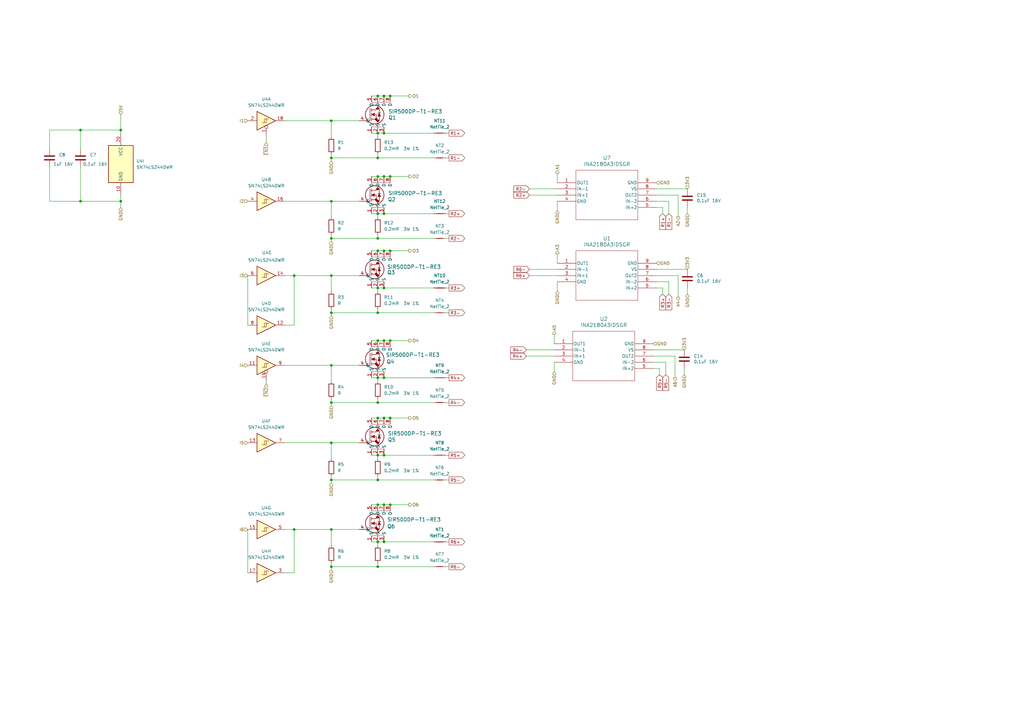
<source format=kicad_sch>
(kicad_sch (version 20231120) (generator "eeschema") (generator_version "8.0")
  (paper "A3")
  (lib_symbols
    (symbol "74xx:74LS244_Split"
      (property "Reference" "U" (at 0 1.27 0))
      (property "Value" "74LS244_Split" (at 0 -1.27 0))
      (symbol "74LS244_Split_1_0"
        (polyline (pts (xy -3.81 3.81) (xy -3.81 -3.81) (xy 3.81 0) (xy -3.81 3.81)) (stroke (width 0.254)) (fill (type background)))
        (pin input inverted (at 0 -6.35 90) (length 4.445) (name "~") (number "1"))
        (pin tri_state line (at 7.62 0 180) (length 3.81) (name "~") (number "18"))
        (pin input line (at -7.62 0 0) (length 3.81) (name "~") (number "2"))
      )
      (symbol "74LS244_Split_1_1"
        (polyline (pts (xy 0 0.762) (xy 0 -0.762) (xy -1.778 -0.762)))
        (polyline (pts (xy 1.016 0.762) (xy -0.762 0.762) (xy -0.762 -0.762)))
      )
      (symbol "74LS244_Split_2_0"
        (polyline (pts (xy -3.81 3.81) (xy -3.81 -3.81) (xy 3.81 0) (xy -3.81 3.81)) (stroke (width 0.254)) (fill (type background)))
        (pin tri_state line (at 7.62 0 180) (length 3.81) (name "~") (number "16"))
        (pin input line (at -7.62 0 0) (length 3.81) (name "~") (number "4"))
      )
      (symbol "74LS244_Split_2_1"
        (polyline (pts (xy 0 0.762) (xy 0 -0.762) (xy -1.778 -0.762)))
        (polyline (pts (xy 1.016 0.762) (xy -0.762 0.762) (xy -0.762 -0.762)))
      )
      (symbol "74LS244_Split_3_0"
        (polyline (pts (xy -3.81 3.81) (xy -3.81 -3.81) (xy 3.81 0) (xy -3.81 3.81)) (stroke (width 0.254)) (fill (type background)))
        (pin tri_state line (at 7.62 0 180) (length 3.81) (name "~") (number "14"))
        (pin input line (at -7.62 0 0) (length 3.81) (name "~") (number "6"))
      )
      (symbol "74LS244_Split_3_1"
        (polyline (pts (xy 0 0.762) (xy 0 -0.762) (xy -1.778 -0.762)))
        (polyline (pts (xy 1.016 0.762) (xy -0.762 0.762) (xy -0.762 -0.762)))
      )
      (symbol "74LS244_Split_4_0"
        (polyline (pts (xy -3.81 3.81) (xy -3.81 -3.81) (xy 3.81 0) (xy -3.81 3.81)) (stroke (width 0.254)) (fill (type background)))
        (pin tri_state line (at 7.62 0 180) (length 3.81) (name "~") (number "12"))
        (pin input line (at -7.62 0 0) (length 3.81) (name "~") (number "8"))
      )
      (symbol "74LS244_Split_4_1"
        (polyline (pts (xy 0 0.762) (xy 0 -0.762) (xy -1.778 -0.762)))
        (polyline (pts (xy 1.016 0.762) (xy -0.762 0.762) (xy -0.762 -0.762)))
      )
      (symbol "74LS244_Split_5_0"
        (polyline (pts (xy -3.81 3.81) (xy -3.81 -3.81) (xy 3.81 0) (xy -3.81 3.81)) (stroke (width 0.254)) (fill (type background)))
        (pin input line (at -7.62 0 0) (length 3.81) (name "~") (number "11"))
        (pin input inverted (at 0 -6.35 90) (length 4.445) (name "~") (number "19"))
        (pin tri_state line (at 7.62 0 180) (length 3.81) (name "~") (number "9"))
      )
      (symbol "74LS244_Split_5_1"
        (polyline (pts (xy 0 0.762) (xy 0 -0.762) (xy -1.778 -0.762)))
        (polyline (pts (xy 1.016 0.762) (xy -0.762 0.762) (xy -0.762 -0.762)))
      )
      (symbol "74LS244_Split_6_0"
        (polyline (pts (xy -3.81 3.81) (xy -3.81 -3.81) (xy 3.81 0) (xy -3.81 3.81)) (stroke (width 0.254)) (fill (type background)))
        (pin input line (at -7.62 0 0) (length 3.81) (name "~") (number "13"))
        (pin tri_state line (at 7.62 0 180) (length 3.81) (name "~") (number "7"))
      )
      (symbol "74LS244_Split_6_1"
        (polyline (pts (xy 0 0.762) (xy 0 -0.762) (xy -1.778 -0.762)))
        (polyline (pts (xy 1.016 0.762) (xy -0.762 0.762) (xy -0.762 -0.762)))
      )
      (symbol "74LS244_Split_7_0"
        (polyline (pts (xy -3.81 3.81) (xy -3.81 -3.81) (xy 3.81 0) (xy -3.81 3.81)) (stroke (width 0.254)) (fill (type background)))
        (pin input line (at -7.62 0 0) (length 3.81) (name "~") (number "15"))
        (pin tri_state line (at 7.62 0 180) (length 3.81) (name "~") (number "5"))
      )
      (symbol "74LS244_Split_7_1"
        (polyline (pts (xy 0 0.762) (xy 0 -0.762) (xy -1.778 -0.762)))
        (polyline (pts (xy 1.016 0.762) (xy -0.762 0.762) (xy -0.762 -0.762)))
      )
      (symbol "74LS244_Split_8_0"
        (polyline (pts (xy -3.81 3.81) (xy -3.81 -3.81) (xy 3.81 0) (xy -3.81 3.81)) (stroke (width 0.254)) (fill (type background)))
        (pin input line (at -7.62 0 0) (length 3.81) (name "~") (number "17"))
        (pin tri_state line (at 7.62 0 180) (length 3.81) (name "~") (number "3"))
      )
      (symbol "74LS244_Split_8_1"
        (polyline (pts (xy 0 0.762) (xy 0 -0.762) (xy -1.778 -0.762)))
        (polyline (pts (xy 1.016 0.762) (xy -0.762 0.762) (xy -0.762 -0.762)))
      )
      (symbol "74LS244_Split_9_0"
        (pin power_in line (at 0 -12.7 90) (length 5.08) (name "GND") (number "10"))
        (pin power_in line (at 0 12.7 270) (length 5.08) (name "VCC") (number "20"))
      )
      (symbol "74LS244_Split_9_1"
        (rectangle (start -5.08 7.62) (end 5.08 -7.62) (stroke (width 0.254)) (fill (type background)))
      )
    )
    (symbol "Device:C" (pin_numbers hide) (pin_names (offset 0.254))
      (property "Reference" "C" (at 0.635 2.54 0))
      (property "Value" "C" (at 0.635 -2.54 0))
      (symbol "C_0_1"
        (polyline (pts (xy -2.032 -0.762) (xy 2.032 -0.762)) (stroke (width 0.508)))
        (polyline (pts (xy -2.032 0.762) (xy 2.032 0.762)) (stroke (width 0.508)))
      )
      (symbol "C_1_1"
        (pin passive line (at 0 3.81 270) (length 2.794) (name "~") (number "1"))
        (pin passive line (at 0 -3.81 90) (length 2.794) (name "~") (number "2"))
      )
    )
    (symbol "Device:NetTie_2" (pin_numbers hide) (pin_names (offset 0) hide) (in_bom no)
      (property "Reference" "NT" (at 0 1.27 0))
      (property "Value" "NetTie_2" (at 0 -1.27 0))
      (symbol "NetTie_2_0_1"
        (polyline (pts (xy -1.27 0) (xy 1.27 0)) (stroke (width 0.254)))
      )
      (symbol "NetTie_2_1_1"
        (pin passive line (at -2.54 0 0) (length 2.54) (name "1") (number "1"))
        (pin passive line (at 2.54 0 180) (length 2.54) (name "2") (number "2"))
      )
    )
    (symbol "Device:R" (pin_numbers hide) (pin_names (offset 0))
      (property "Reference" "R" (at 2.032 0 90))
      (property "Value" "R" (at 0 0 90))
      (symbol "R_0_1"
        (rectangle (start -1.016 -2.54) (end 1.016 2.54) (stroke (width 0.254)))
      )
      (symbol "R_1_1"
        (pin passive line (at 0 3.81 270) (length 1.27) (name "~") (number "1"))
        (pin passive line (at 0 -3.81 90) (length 1.27) (name "~") (number "2"))
      )
    )
    (symbol "INA2180:INA2180A3IDSGR" (pin_names (offset 0.254))
      (property "Reference" "U" (at 20.32 10.16 0))
      (property "Value" "INA2180A3IDSGR" (at 20.32 7.62 0))
      (symbol "INA2180A3IDSGR_0_1"
        (polyline (pts (xy 7.62 -15.24) (xy 33.02 -15.24)) (stroke (width 0.127)))
        (polyline (pts (xy 7.62 5.08) (xy 7.62 -15.24)) (stroke (width 0.127)))
        (polyline (pts (xy 33.02 -15.24) (xy 33.02 5.08)) (stroke (width 0.127)))
        (polyline (pts (xy 33.02 5.08) (xy 7.62 5.08)) (stroke (width 0.127)))
        (pin output line (at 0 0 0) (length 7.62) (name "OUT1") (number "1"))
        (pin input line (at 0 -2.54 0) (length 7.62) (name "IN-1") (number "2"))
        (pin input line (at 0 -5.08 0) (length 7.62) (name "IN+1") (number "3"))
        (pin power_out line (at 0 -7.62 0) (length 7.62) (name "GND") (number "4"))
        (pin input line (at 40.64 -10.16 180) (length 7.62) (name "IN+2") (number "5"))
        (pin input line (at 40.64 -7.62 180) (length 7.62) (name "IN-2") (number "6"))
        (pin output line (at 40.64 -5.08 180) (length 7.62) (name "OUT2") (number "7"))
        (pin power_in line (at 40.64 -2.54 180) (length 7.62) (name "VS") (number "8"))
        (pin power_out line (at 40.64 0 180) (length 7.62) (name "GND") (number "9"))
      )
    )
    (symbol "SIR500DP-T1-RE3:SIR500DP-T1-RE3" (pin_names (offset 0.254))
      (property "Reference" "U" (at 11.43 4.445 0))
      (property "Value" "SIR500DP-T1-RE3" (at 11.43 0 0))
      (symbol "SIR500DP-T1-RE3_0_1"
        (polyline (pts (xy 2.54 0) (xy 4.445 0)) (stroke (width 0.2032)))
        (polyline (pts (xy 4.445 0) (xy 4.445 5.08)) (stroke (width 0.2032)))
        (polyline (pts (xy 5.08 -2.54) (xy 10.16 -2.54)) (stroke (width 0.127)))
        (polyline (pts (xy 5.08 0) (xy 5.08 1.27)) (stroke (width 0.2032)))
        (polyline (pts (xy 5.08 0.635) (xy 6.985 0.635)) (stroke (width 0.2032)))
        (polyline (pts (xy 5.08 1.905) (xy 5.08 3.175)) (stroke (width 0.2032)))
        (polyline (pts (xy 5.08 3.81) (xy 5.08 5.08)) (stroke (width 0.2032)))
        (polyline (pts (xy 5.08 4.445) (xy 6.985 4.445)) (stroke (width 0.2032)))
        (polyline (pts (xy 5.08 7.62) (xy 12.7 7.62)) (stroke (width 0.127)))
        (polyline (pts (xy 6.35 2.54) (xy 6.985 2.54)) (stroke (width 0.2032)))
        (polyline (pts (xy 6.985 0) (xy 6.985 2.54)) (stroke (width 0.2032)))
        (polyline (pts (xy 6.985 0) (xy 8.255 0)) (stroke (width 0.2032)))
        (polyline (pts (xy 6.985 4.445) (xy 6.985 5.08)) (stroke (width 0.2032)))
        (polyline (pts (xy 6.985 5.08) (xy 8.255 5.08)) (stroke (width 0.2032)))
        (polyline (pts (xy 7.62 -2.54) (xy 7.6454 0)) (stroke (width 0.127)))
        (polyline (pts (xy 7.62 7.62) (xy 7.6454 5.08)) (stroke (width 0.127)))
        (polyline (pts (xy 8.255 0) (xy 8.255 1.905)) (stroke (width 0.2032)))
        (polyline (pts (xy 8.255 3.175) (xy 8.255 5.08)) (stroke (width 0.2032)))
        (polyline (pts (xy 8.89 3.175) (xy 7.62 3.175)) (stroke (width 0.2032)))
        (polyline (pts (xy 6.35 3.175) (xy 5.08 2.54) (xy 6.35 1.905)) (fill (type outline)))
        (polyline (pts (xy 8.89 1.905) (xy 7.62 1.905) (xy 8.255 3.175)) (fill (type outline)))
        (circle (center 6.35 2.54) (radius 3.81) (stroke (width 0.254)))
        (circle (center 6.985 0.635) (radius 0.0254) (stroke (width 0.508)))
        (circle (center 7.62 0) (radius 0.0254) (stroke (width 0.508)))
        (circle (center 7.62 5.08) (radius 0.0254) (stroke (width 0.508)))
        (pin unspecified line (at 5.08 -5.08 90) (length 2.54) (name "S") (number "1"))
        (pin unspecified line (at 7.62 -5.08 90) (length 2.54) (name "S") (number "2"))
        (pin unspecified line (at 10.16 -5.08 90) (length 2.54) (name "S") (number "3"))
        (pin unspecified line (at 0 0 0) (length 2.54) (name "G") (number "4"))
        (pin unspecified line (at 5.08 10.16 270) (length 2.54) (name "D") (number "5"))
        (pin unspecified line (at 7.62 10.16 270) (length 2.54) (name "D") (number "6"))
        (pin unspecified line (at 10.16 10.16 270) (length 2.54) (name "D") (number "7"))
        (pin unspecified line (at 12.7 10.16 270) (length 2.54) (name "D") (number "8"))
      )
    )
  )
  (junction (at 33.02 82.55))
  (junction (at 157.48 207.01))
  (junction (at 160.02 72.39))
  (junction (at 33.02 53.34))
  (junction (at 157.48 72.39))
  (junction (at 135.89 181.61))
  (junction (at 135.89 128.27))
  (junction (at 160.02 139.7))
  (junction (at 154.94 232.41))
  (junction (at 154.94 154.94))
  (junction (at 49.53 53.34))
  (junction (at 120.65 113.03))
  (junction (at 154.94 196.85))
  (junction (at 135.89 149.86))
  (junction (at 154.94 87.63))
  (junction (at 157.48 54.61))
  (junction (at 157.48 139.7))
  (junction (at 157.48 154.94))
  (junction (at 154.94 54.61))
  (junction (at 160.02 171.45))
  (junction (at 154.94 222.25))
  (junction (at 154.94 64.77))
  (junction (at 49.53 82.55))
  (junction (at 154.94 186.69))
  (junction (at 135.89 232.41))
  (junction (at 154.94 207.01))
  (junction (at 154.94 102.87))
  (junction (at 154.94 118.11))
  (junction (at 135.89 165.1))
  (junction (at 135.89 97.79))
  (junction (at 135.89 49.53))
  (junction (at 157.48 171.45))
  (junction (at 154.94 171.45))
  (junction (at 135.89 82.55))
  (junction (at 154.94 72.39))
  (junction (at 160.02 39.37))
  (junction (at 160.02 207.01))
  (junction (at 157.48 222.25))
  (junction (at 154.94 139.7))
  (junction (at 157.48 102.87))
  (junction (at 157.48 39.37))
  (junction (at 135.89 64.77))
  (junction (at 157.48 118.11))
  (junction (at 154.94 128.27))
  (junction (at 154.94 39.37))
  (junction (at 157.48 87.63))
  (junction (at 135.89 113.03))
  (junction (at 154.94 97.79))
  (junction (at 154.94 165.1))
  (junction (at 135.89 196.85))
  (junction (at 120.65 217.17))
  (junction (at 135.89 217.17))
  (junction (at 160.02 102.87))
  (junction (at 157.48 186.69))
  (wire (pts (xy 135.89 97.79) (xy 135.89 99.06)))
  (wire (pts (xy 154.94 97.79) (xy 177.8 97.79)))
  (wire (pts (xy 154.94 118.11) (xy 157.48 118.11)))
  (wire (pts (xy 227.33 148.59) (xy 227.33 152.4)))
  (wire (pts (xy 182.88 154.94) (xy 184.15 154.94)))
  (wire (pts (xy 228.6 71.12) (xy 228.6 74.93)))
  (wire (pts (xy 116.84 82.55) (xy 135.89 82.55)))
  (wire (pts (xy 154.94 232.41) (xy 177.8 232.41)))
  (wire (pts (xy 154.94 54.61) (xy 157.48 54.61)))
  (wire (pts (xy 116.84 217.17) (xy 120.65 217.17)))
  (wire (pts (xy 33.02 82.55) (xy 49.53 82.55)))
  (wire (pts (xy 101.6 217.17) (xy 101.6 234.95)))
  (wire (pts (xy 271.78 118.11) (xy 271.78 120.65)))
  (wire (pts (xy 154.94 186.69) (xy 157.48 186.69)))
  (wire (pts (xy 154.94 154.94) (xy 157.48 154.94)))
  (wire (pts (xy 135.89 128.27) (xy 135.89 129.54)))
  (wire (pts (xy 135.89 163.83) (xy 135.89 165.1)))
  (wire (pts (xy 135.89 96.52) (xy 135.89 97.79)))
  (wire (pts (xy 154.94 232.41) (xy 154.94 231.14)))
  (wire (pts (xy 154.94 54.61) (xy 154.94 55.88)))
  (wire (pts (xy 215.9 146.05) (xy 227.33 146.05)))
  (wire (pts (xy 157.48 154.94) (xy 177.8 154.94)))
  (wire (pts (xy 135.89 63.5) (xy 135.89 64.77)))
  (wire (pts (xy 157.48 222.25) (xy 177.8 222.25)))
  (wire (pts (xy 281.94 118.11) (xy 281.94 120.65)))
  (wire (pts (xy 33.02 82.55) (xy 33.02 68.58)))
  (wire (pts (xy 152.4 87.63) (xy 154.94 87.63)))
  (wire (pts (xy 182.88 97.79) (xy 184.15 97.79)))
  (wire (pts (xy 157.48 87.63) (xy 177.8 87.63)))
  (wire (pts (xy 135.89 149.86) (xy 135.89 156.21)))
  (wire (pts (xy 109.22 55.88) (xy 109.22 58.42)))
  (wire (pts (xy 160.02 102.87) (xy 167.64 102.87)))
  (wire (pts (xy 20.32 82.55) (xy 20.32 68.58)))
  (wire (pts (xy 267.97 151.13) (xy 270.51 151.13)))
  (wire (pts (xy 182.88 165.1) (xy 184.15 165.1)))
  (wire (pts (xy 217.17 110.49) (xy 228.6 110.49)))
  (wire (pts (xy 152.4 186.69) (xy 154.94 186.69)))
  (wire (pts (xy 33.02 82.55) (xy 20.32 82.55)))
  (wire (pts (xy 152.4 154.94) (xy 154.94 154.94)))
  (wire (pts (xy 116.84 113.03) (xy 120.65 113.03)))
  (wire (pts (xy 135.89 165.1) (xy 154.94 165.1)))
  (wire (pts (xy 135.89 165.1) (xy 135.89 166.37)))
  (wire (pts (xy 135.89 217.17) (xy 135.89 223.52)))
  (wire (pts (xy 269.24 77.47) (xy 281.94 77.47)))
  (wire (pts (xy 152.4 102.87) (xy 154.94 102.87)))
  (wire (pts (xy 267.97 148.59) (xy 273.05 148.59)))
  (wire (pts (xy 154.94 64.77) (xy 154.94 63.5)))
  (wire (pts (xy 271.78 85.09) (xy 271.78 87.63)))
  (wire (pts (xy 154.94 64.77) (xy 177.8 64.77)))
  (wire (pts (xy 160.02 207.01) (xy 167.64 207.01)))
  (wire (pts (xy 33.02 53.34) (xy 49.53 53.34)))
  (wire (pts (xy 160.02 72.39) (xy 167.64 72.39)))
  (wire (pts (xy 228.6 82.55) (xy 228.6 86.36)))
  (wire (pts (xy 116.84 49.53) (xy 135.89 49.53)))
  (wire (pts (xy 274.32 82.55) (xy 274.32 87.63)))
  (wire (pts (xy 135.89 149.86) (xy 147.32 149.86)))
  (wire (pts (xy 228.6 115.57) (xy 228.6 119.38)))
  (wire (pts (xy 269.24 110.49) (xy 281.94 110.49)))
  (wire (pts (xy 154.94 171.45) (xy 157.48 171.45)))
  (wire (pts (xy 33.02 53.34) (xy 33.02 60.96)))
  (wire (pts (xy 154.94 97.79) (xy 154.94 96.52)))
  (wire (pts (xy 215.9 143.51) (xy 227.33 143.51)))
  (wire (pts (xy 269.24 118.11) (xy 271.78 118.11)))
  (wire (pts (xy 135.89 128.27) (xy 154.94 128.27)))
  (wire (pts (xy 49.53 53.34) (xy 49.53 54.61)))
  (wire (pts (xy 135.89 49.53) (xy 135.89 55.88)))
  (wire (pts (xy 278.13 113.03) (xy 278.13 121.92)))
  (wire (pts (xy 135.89 64.77) (xy 154.94 64.77)))
  (wire (pts (xy 154.94 196.85) (xy 154.94 195.58)))
  (wire (pts (xy 269.24 82.55) (xy 274.32 82.55)))
  (wire (pts (xy 135.89 97.79) (xy 154.94 97.79)))
  (wire (pts (xy 135.89 88.9) (xy 135.89 82.55)))
  (wire (pts (xy 154.94 39.37) (xy 157.48 39.37)))
  (wire (pts (xy 135.89 217.17) (xy 147.32 217.17)))
  (wire (pts (xy 157.48 207.01) (xy 160.02 207.01)))
  (wire (pts (xy 154.94 222.25) (xy 154.94 223.52)))
  (wire (pts (xy 135.89 49.53) (xy 147.32 49.53)))
  (wire (pts (xy 157.48 118.11) (xy 177.8 118.11)))
  (wire (pts (xy 120.65 133.35) (xy 120.65 113.03)))
  (wire (pts (xy 182.88 222.25) (xy 184.15 222.25)))
  (wire (pts (xy 269.24 113.03) (xy 278.13 113.03)))
  (wire (pts (xy 269.24 80.01) (xy 278.13 80.01)))
  (wire (pts (xy 135.89 232.41) (xy 135.89 233.68)))
  (wire (pts (xy 135.89 127) (xy 135.89 128.27)))
  (wire (pts (xy 20.32 53.34) (xy 20.32 60.96)))
  (wire (pts (xy 157.48 171.45) (xy 160.02 171.45)))
  (wire (pts (xy 274.32 115.57) (xy 274.32 120.65)))
  (wire (pts (xy 116.84 234.95) (xy 120.65 234.95)))
  (wire (pts (xy 228.6 104.14) (xy 228.6 107.95)))
  (wire (pts (xy 182.88 128.27) (xy 184.15 128.27)))
  (wire (pts (xy 116.84 181.61) (xy 135.89 181.61)))
  (wire (pts (xy 182.88 118.11) (xy 184.15 118.11)))
  (wire (pts (xy 152.4 171.45) (xy 154.94 171.45)))
  (wire (pts (xy 154.94 165.1) (xy 177.8 165.1)))
  (wire (pts (xy 267.97 143.51) (xy 280.67 143.51)))
  (wire (pts (xy 152.4 207.01) (xy 154.94 207.01)))
  (wire (pts (xy 135.89 113.03) (xy 147.32 113.03)))
  (wire (pts (xy 154.94 102.87) (xy 157.48 102.87)))
  (wire (pts (xy 152.4 72.39) (xy 154.94 72.39)))
  (wire (pts (xy 116.84 149.86) (xy 135.89 149.86)))
  (wire (pts (xy 120.65 217.17) (xy 135.89 217.17)))
  (wire (pts (xy 152.4 222.25) (xy 154.94 222.25)))
  (wire (pts (xy 182.88 87.63) (xy 184.15 87.63)))
  (wire (pts (xy 49.53 46.99) (xy 49.53 53.34)))
  (wire (pts (xy 160.02 139.7) (xy 167.64 139.7)))
  (wire (pts (xy 281.94 85.09) (xy 281.94 87.63)))
  (wire (pts (xy 154.94 186.69) (xy 154.94 187.96)))
  (wire (pts (xy 49.53 80.01) (xy 49.53 82.55)))
  (wire (pts (xy 49.53 82.55) (xy 49.53 85.09)))
  (wire (pts (xy 182.88 196.85) (xy 184.15 196.85)))
  (wire (pts (xy 135.89 195.58) (xy 135.89 196.85)))
  (wire (pts (xy 154.94 207.01) (xy 157.48 207.01)))
  (wire (pts (xy 152.4 118.11) (xy 154.94 118.11)))
  (wire (pts (xy 135.89 181.61) (xy 147.32 181.61)))
  (wire (pts (xy 135.89 113.03) (xy 135.89 119.38)))
  (wire (pts (xy 135.89 231.14) (xy 135.89 232.41)))
  (wire (pts (xy 154.94 165.1) (xy 154.94 163.83)))
  (wire (pts (xy 273.05 148.59) (xy 273.05 153.67)))
  (wire (pts (xy 154.94 139.7) (xy 157.48 139.7)))
  (wire (pts (xy 280.67 151.13) (xy 280.67 153.67)))
  (wire (pts (xy 135.89 196.85) (xy 135.89 198.12)))
  (wire (pts (xy 278.13 80.01) (xy 278.13 88.9)))
  (wire (pts (xy 267.97 146.05) (xy 276.86 146.05)))
  (wire (pts (xy 135.89 196.85) (xy 154.94 196.85)))
  (wire (pts (xy 276.86 146.05) (xy 276.86 154.94)))
  (wire (pts (xy 154.94 118.11) (xy 154.94 119.38)))
  (wire (pts (xy 160.02 171.45) (xy 167.64 171.45)))
  (wire (pts (xy 116.84 133.35) (xy 120.65 133.35)))
  (wire (pts (xy 157.48 139.7) (xy 160.02 139.7)))
  (wire (pts (xy 182.88 54.61) (xy 184.15 54.61)))
  (wire (pts (xy 120.65 113.03) (xy 135.89 113.03)))
  (wire (pts (xy 154.94 154.94) (xy 154.94 156.21)))
  (wire (pts (xy 182.88 232.41) (xy 184.15 232.41)))
  (wire (pts (xy 157.48 186.69) (xy 177.8 186.69)))
  (wire (pts (xy 177.8 128.27) (xy 154.94 128.27)))
  (wire (pts (xy 135.89 181.61) (xy 135.89 187.96)))
  (wire (pts (xy 217.17 80.01) (xy 228.6 80.01)))
  (wire (pts (xy 157.48 39.37) (xy 160.02 39.37)))
  (wire (pts (xy 157.48 72.39) (xy 160.02 72.39)))
  (wire (pts (xy 33.02 53.34) (xy 20.32 53.34)))
  (wire (pts (xy 154.94 222.25) (xy 157.48 222.25)))
  (wire (pts (xy 154.94 72.39) (xy 157.48 72.39)))
  (wire (pts (xy 152.4 54.61) (xy 154.94 54.61)))
  (wire (pts (xy 135.89 82.55) (xy 147.32 82.55)))
  (wire (pts (xy 135.89 232.41) (xy 154.94 232.41)))
  (wire (pts (xy 101.6 113.03) (xy 101.6 133.35)))
  (wire (pts (xy 270.51 151.13) (xy 270.51 153.67)))
  (wire (pts (xy 152.4 139.7) (xy 154.94 139.7)))
  (wire (pts (xy 154.94 128.27) (xy 154.94 127)))
  (wire (pts (xy 227.33 137.16) (xy 227.33 140.97)))
  (wire (pts (xy 269.24 85.09) (xy 271.78 85.09)))
  (wire (pts (xy 182.88 64.77) (xy 184.15 64.77)))
  (wire (pts (xy 217.17 113.03) (xy 228.6 113.03)))
  (wire (pts (xy 109.22 157.48) (xy 109.22 156.21)))
  (wire (pts (xy 217.17 77.47) (xy 228.6 77.47)))
  (wire (pts (xy 157.48 54.61) (xy 177.8 54.61)))
  (wire (pts (xy 154.94 196.85) (xy 177.8 196.85)))
  (wire (pts (xy 152.4 39.37) (xy 154.94 39.37)))
  (wire (pts (xy 157.48 102.87) (xy 160.02 102.87)))
  (wire (pts (xy 182.88 186.69) (xy 184.15 186.69)))
  (wire (pts (xy 154.94 87.63) (xy 157.48 87.63)))
  (wire (pts (xy 135.89 64.77) (xy 135.89 66.04)))
  (wire (pts (xy 120.65 234.95) (xy 120.65 217.17)))
  (wire (pts (xy 154.94 87.63) (xy 154.94 88.9)))
  (wire (pts (xy 269.24 115.57) (xy 274.32 115.57)))
  (wire (pts (xy 160.02 39.37) (xy 167.64 39.37)))
  (global_label "R6-" (shape input) (at 217.17 110.49 180) (property "Intersheetrefs" "${INTERSHEET_REFS}" (effects (hide yes))))
  (global_label "R4+" (shape input) (at 215.9 146.05 180) (property "Intersheetrefs" "${INTERSHEET_REFS}" (effects (hide yes))))
  (global_label "R2-" (shape input) (at 217.17 77.47 180) (property "Intersheetrefs" "${INTERSHEET_REFS}" (effects (hide yes))))
  (global_label "R1-" (shape output) (at 184.15 64.77 0) (property "Intersheetrefs" "${INTERSHEET_REFS}" (effects (hide yes))))
  (global_label "R1+" (shape output) (at 184.15 54.61 0) (property "Intersheetrefs" "${INTERSHEET_REFS}" (effects (hide yes))))
  (global_label "R5+" (shape output) (at 184.15 186.69 0) (property "Intersheetrefs" "${INTERSHEET_REFS}" (effects (hide yes))))
  (global_label "R2-" (shape output) (at 184.15 97.79 0) (property "Intersheetrefs" "${INTERSHEET_REFS}" (effects (hide yes))))
  (global_label "R2+" (shape output) (at 184.15 87.63 0) (property "Intersheetrefs" "${INTERSHEET_REFS}" (effects (hide yes))))
  (global_label "R4-" (shape input) (at 215.9 143.51 180) (property "Intersheetrefs" "${INTERSHEET_REFS}" (effects (hide yes))))
  (global_label "R4+" (shape output) (at 184.15 154.94 0) (property "Intersheetrefs" "${INTERSHEET_REFS}" (effects (hide yes))))
  (global_label "R1-" (shape input) (at 274.32 87.63 270) (property "Intersheetrefs" "${INTERSHEET_REFS}" (effects (hide yes))))
  (global_label "R2+" (shape input) (at 217.17 80.01 180) (property "Intersheetrefs" "${INTERSHEET_REFS}" (effects (hide yes))))
  (global_label "R1+" (shape input) (at 271.78 87.63 270) (property "Intersheetrefs" "${INTERSHEET_REFS}" (effects (hide yes))))
  (global_label "R3-" (shape input) (at 274.32 120.65 270) (property "Intersheetrefs" "${INTERSHEET_REFS}" (effects (hide yes))))
  (global_label "R5-" (shape input) (at 273.05 153.67 270) (property "Intersheetrefs" "${INTERSHEET_REFS}" (effects (hide yes))))
  (global_label "R6-" (shape output) (at 184.15 232.41 0) (property "Intersheetrefs" "${INTERSHEET_REFS}" (effects (hide yes))))
  (global_label "R6+" (shape output) (at 184.15 222.25 0) (property "Intersheetrefs" "${INTERSHEET_REFS}" (effects (hide yes))))
  (global_label "R5+" (shape input) (at 270.51 153.67 270) (property "Intersheetrefs" "${INTERSHEET_REFS}" (effects (hide yes))))
  (global_label "R5-" (shape output) (at 184.15 196.85 0) (property "Intersheetrefs" "${INTERSHEET_REFS}" (effects (hide yes))))
  (global_label "R4-" (shape output) (at 184.15 165.1 0) (property "Intersheetrefs" "${INTERSHEET_REFS}" (effects (hide yes))))
  (global_label "R6+" (shape input) (at 217.17 113.03 180) (property "Intersheetrefs" "${INTERSHEET_REFS}" (effects (hide yes))))
  (global_label "R3+" (shape output) (at 184.15 118.11 0) (property "Intersheetrefs" "${INTERSHEET_REFS}" (effects (hide yes))))
  (global_label "R3+" (shape input) (at 271.78 120.65 270) (property "Intersheetrefs" "${INTERSHEET_REFS}" (effects (hide yes))))
  (global_label "R3-" (shape output) (at 184.15 128.27 0) (property "Intersheetrefs" "${INTERSHEET_REFS}" (effects (hide yes))))
  (hierarchical_label "I1" (shape input) (at 101.6 49.53 180))
  (hierarchical_label "A6" (shape output) (at 276.86 154.94 270))
  (hierarchical_label "I6" (shape input) (at 101.6 217.17 180))
  (hierarchical_label "O5" (shape output) (at 167.64 171.45 0))
  (hierarchical_label "GND" (shape input) (at 135.89 233.68 270))
  (hierarchical_label "5V" (shape input) (at 49.53 46.99 90))
  (hierarchical_label "3V3" (shape input) (at 280.67 143.51 90))
  (hierarchical_label "3V3" (shape input) (at 281.94 110.49 90))
  (hierarchical_label "O1" (shape output) (at 167.64 39.37 0))
  (hierarchical_label "A4" (shape output) (at 278.13 121.92 270))
  (hierarchical_label "A2" (shape output) (at 278.13 88.9 270))
  (hierarchical_label "GND" (shape input) (at 49.53 85.09 270))
  (hierarchical_label "O3" (shape output) (at 167.64 102.87 0))
  (hierarchical_label "GND" (shape input) (at 135.89 198.12 270))
  (hierarchical_label "GND" (shape input) (at 228.6 119.38 270))
  (hierarchical_label "GND" (shape input) (at 227.33 152.4 270))
  (hierarchical_label "A3" (shape output) (at 228.6 104.14 90))
  (hierarchical_label "I2" (shape input) (at 101.6 82.55 180))
  (hierarchical_label "GND" (shape input) (at 281.94 120.65 270))
  (hierarchical_label "I4" (shape input) (at 101.6 149.86 180))
  (hierarchical_label "GND" (shape input) (at 269.24 74.93 0))
  (hierarchical_label "A1" (shape output) (at 228.6 71.12 90))
  (hierarchical_label "GND" (shape input) (at 228.6 86.36 270))
  (hierarchical_label "GND" (shape input) (at 281.94 87.63 270))
  (hierarchical_label "~{EN1}" (shape input) (at 109.22 58.42 270))
  (hierarchical_label "~{EN2}" (shape input) (at 109.22 157.48 270))
  (hierarchical_label "O6" (shape output) (at 167.64 207.01 0))
  (hierarchical_label "GND" (shape input) (at 135.89 66.04 270))
  (hierarchical_label "GND" (shape input) (at 280.67 153.67 270))
  (hierarchical_label "3V3" (shape input) (at 281.94 77.47 90))
  (hierarchical_label "GND" (shape input) (at 135.89 129.54 270))
  (hierarchical_label "I3" (shape input) (at 101.6 113.03 180))
  (hierarchical_label "GND" (shape input) (at 135.89 99.06 270))
  (hierarchical_label "GND" (shape input) (at 267.97 140.97 0))
  (hierarchical_label "GND" (shape input) (at 135.89 166.37 270))
  (hierarchical_label "I5" (shape input) (at 101.6 181.61 180))
  (hierarchical_label "GND" (shape input) (at 269.24 107.95 0))
  (hierarchical_label "O4" (shape output) (at 167.64 139.7 0))
  (hierarchical_label "O2" (shape output) (at 167.64 72.39 0))
  (hierarchical_label "A5" (shape output) (at 227.33 137.16 90))
  (symbol (lib_id "74xx:74LS244_Split") (at 109.22 133.35 0) (unit 4)
    (property "Reference" "U4" (at 109.22 124.46 0))
    (property "Value" "SN74LS244DWR" (at 109.22 127 0))
    (property "Footprint" "Package_SO:SOIC-20W_7.5x12.8mm_P1.27mm" (effects (hide yes)))
    (property "Datasheet" "http://www.ti.com/lit/ds/symlink/sn74ls241.pdf" (effects (hide yes)))
    (property "Description" "Octal Buffer and Line Driver With 3-State Output, active-low enables, non-inverting outputs, split symbol" (effects (hide yes)))
  )
  (symbol (lib_id "74xx:74LS244_Split") (at 109.22 49.53 0) (unit 1)
    (property "Reference" "U4" (at 109.22 40.64 0))
    (property "Value" "SN74LS244DWR" (at 109.22 43.18 0))
    (property "Footprint" "Package_SO:SOIC-20W_7.5x12.8mm_P1.27mm" (effects (hide yes)))
    (property "Datasheet" "http://www.ti.com/lit/ds/symlink/sn74ls241.pdf" (effects (hide yes)))
    (property "Description" "Octal Buffer and Line Driver With 3-State Output, active-low enables, non-inverting outputs, split symbol" (effects (hide yes)))
  )
  (symbol (lib_id "74xx:74LS244_Split") (at 109.22 234.95 0) (unit 8)
    (property "Reference" "U4" (at 109.22 226.06 0))
    (property "Value" "SN74LS244DWR" (at 109.22 228.6 0))
    (property "Footprint" "Package_SO:SOIC-20W_7.5x12.8mm_P1.27mm" (effects (hide yes)))
    (property "Datasheet" "http://www.ti.com/lit/ds/symlink/sn74ls241.pdf" (effects (hide yes)))
    (property "Description" "Octal Buffer and Line Driver With 3-State Output, active-low enables, non-inverting outputs, split symbol" (effects (hide yes)))
  )
  (symbol (lib_id "SIR500DP-T1-RE3:SIR500DP-T1-RE3") (at 147.32 217.17 0) (unit 1)
    (property "Reference" "Q6" (at 158.75 215.9 0) (effects (font (size 1.524 1.524)) (justify left)))
    (property "Value" "SIR500DP-T1-RE3" (at 158.75 213.106 0) (effects (font (size 1.524 1.524)) (justify left)))
    (property "Footprint" "Digi_MOSFET:MOSFET_DP-T1-RE3_VIS_fix" (effects (hide yes)))
    (property "Datasheet" "SIR500DP-T1-RE3" (effects (hide yes)))
  )
  (symbol (lib_id "Device:NetTie_2") (at 180.34 87.63 0) (unit 1) (in_bom no)
    (property "Reference" "NT12" (at 180.34 82.55 0))
    (property "Value" "NetTie_2" (at 180.34 85.09 0))
    (property "Footprint" "NetTie:NetTie-2_SMD_Pad0.5mm" (effects (hide yes)))
    (property "Description" "Net tie, 2 pins" (effects (hide yes)))
  )
  (symbol (lib_id "74xx:74LS244_Split") (at 109.22 113.03 0) (unit 3)
    (property "Reference" "U4" (at 109.474 103.632 0))
    (property "Value" "SN74LS244DWR" (at 109.22 106.68 0))
    (property "Footprint" "Package_SO:SOIC-20W_7.5x12.8mm_P1.27mm" (effects (hide yes)))
    (property "Datasheet" "http://www.ti.com/lit/ds/symlink/sn74ls241.pdf" (effects (hide yes)))
    (property "Description" "Octal Buffer and Line Driver With 3-State Output, active-low enables, non-inverting outputs, split symbol" (effects (hide yes)))
  )
  (symbol (lib_id "Device:R") (at 135.89 160.02 0) (unit 1)
    (property "Reference" "R4" (at 138.43 158.7499 0) (effects (justify left)))
    (property "Value" "R" (at 138.43 161.2899 0) (effects (justify left)))
    (property "Description" "Resistor" (effects (hide yes)))
  )
  (symbol (lib_id "Device:C") (at 280.67 147.32 0) (unit 1)
    (property "Reference" "C14" (at 284.48 146.0499 0) (effects (justify left)))
    (property "Value" "0.1uF 16V" (at 284.48 148.336 0) (effects (justify left)))
    (property "Footprint" "Capacitor_SMD:C_0402_1005Metric_Pad0.74x0.62mm_HandSolder" (effects (hide yes)))
    (property "Description" "Unpolarized capacitor" (effects (hide yes)))
    (property "ID" "C1005X7R1C104K050BC" (effects (hide yes)))
    (property "V" "16V" (effects (hide yes)))
  )
  (symbol (lib_id "Device:R") (at 154.94 191.77 0) (unit 1)
    (property "Reference" "R9" (at 157.48 190.4999 0) (effects (justify left)))
    (property "Value" "0.2mR  3W 1%" (at 157.48 193.0399 0) (effects (justify left)))
    (property "Footprint" "shunts:wsk1216_shunt" (effects (hide yes)))
    (property "Description" "Resistor" (effects (hide yes)))
    (property "Link" "https://www.digikey.de/de/products/detail/vishay-dale/WSK1216L2000FEA/14640409" (effects (hide yes)))
    (property "ID" "WSK1216L2000FEA" (effects (hide yes)))
  )
  (symbol (lib_id "Device:NetTie_2") (at 180.34 165.1 0) (unit 1) (in_bom no)
    (property "Reference" "NT5" (at 180.34 160.02 0))
    (property "Value" "NetTie_2" (at 180.34 162.56 0))
    (property "Footprint" "NetTie:NetTie-2_SMD_Pad0.5mm" (effects (hide yes)))
    (property "Description" "Net tie, 2 pins" (effects (hide yes)))
  )
  (symbol (lib_id "Device:R") (at 154.94 59.69 0) (unit 1)
    (property "Reference" "R13" (at 157.48 58.4199 0) (effects (justify left)))
    (property "Value" "0.2mR  3W 1%" (at 157.48 60.9599 0) (effects (justify left)))
    (property "Footprint" "shunts:wsk1216_shunt" (effects (hide yes)))
    (property "Description" "Resistor" (effects (hide yes)))
    (property "Link" "https://www.digikey.de/de/products/detail/vishay-dale/WSK1216L2000FEA/14640409" (effects (hide yes)))
    (property "ID" "WSK1216L2000FEA" (effects (hide yes)))
  )
  (symbol (lib_id "Device:NetTie_2") (at 180.34 154.94 180) (unit 1) (in_bom no)
    (property "Reference" "NT9" (at 180.34 149.86 0))
    (property "Value" "NetTie_2" (at 180.34 152.4 0))
    (property "Footprint" "NetTie:NetTie-2_SMD_Pad0.5mm" (effects (hide yes)))
    (property "Description" "Net tie, 2 pins" (effects (hide yes)))
  )
  (symbol (lib_id "Device:C") (at 33.02 64.77 0) (unit 1)
    (property "Reference" "C7" (at 36.83 63.4999 0) (effects (justify left)))
    (property "Value" "0.1uF 16V" (at 34.036 67.31 0) (effects (justify left)))
    (property "Footprint" "Capacitor_SMD:C_0402_1005Metric_Pad0.74x0.62mm_HandSolder" (effects (hide yes)))
    (property "Description" "Unpolarized capacitor" (effects (hide yes)))
    (property "ID" "C1005X7R1C104K050BC" (effects (hide yes)))
    (property "V" "16V" (effects (hide yes)))
  )
  (symbol (lib_id "Device:NetTie_2") (at 180.34 118.11 180) (unit 1) (in_bom no)
    (property "Reference" "NT10" (at 180.34 113.03 0))
    (property "Value" "NetTie_2" (at 180.34 115.57 0))
    (property "Footprint" "NetTie:NetTie-2_SMD_Pad0.5mm" (effects (hide yes)))
    (property "Description" "Net tie, 2 pins" (effects (hide yes)))
  )
  (symbol (lib_id "74xx:74LS244_Split") (at 49.53 67.31 0) (unit 9)
    (property "Reference" "U4" (at 55.88 66.0399 0) (effects (justify left)))
    (property "Value" "SN74LS244DWR" (at 55.88 68.5799 0) (effects (justify left)))
    (property "Footprint" "Package_SO:SOIC-20W_7.5x12.8mm_P1.27mm" (effects (hide yes)))
    (property "Datasheet" "http://www.ti.com/lit/ds/symlink/sn74ls241.pdf" (effects (hide yes)))
    (property "Description" "Octal Buffer and Line Driver With 3-State Output, active-low enables, non-inverting outputs, split symbol" (effects (hide yes)))
  )
  (symbol (lib_id "Device:C") (at 281.94 114.3 0) (unit 1)
    (property "Reference" "C6" (at 285.75 113.0299 0) (effects (justify left)))
    (property "Value" "0.1uF 16V" (at 285.75 115.316 0) (effects (justify left)))
    (property "Footprint" "Capacitor_SMD:C_0402_1005Metric_Pad0.74x0.62mm_HandSolder" (effects (hide yes)))
    (property "Description" "Unpolarized capacitor" (effects (hide yes)))
    (property "ID" "C1005X7R1C104K050BC" (effects (hide yes)))
    (property "V" "16V" (effects (hide yes)))
  )
  (symbol (lib_id "Device:C") (at 281.94 81.28 0) (unit 1)
    (property "Reference" "C15" (at 285.75 80.0099 0) (effects (justify left)))
    (property "Value" "0.1uF 16V" (at 285.75 82.296 0) (effects (justify left)))
    (property "Footprint" "Capacitor_SMD:C_0402_1005Metric_Pad0.74x0.62mm_HandSolder" (effects (hide yes)))
    (property "Description" "Unpolarized capacitor" (effects (hide yes)))
    (property "ID" "C1005X7R1C104K050BC" (effects (hide yes)))
    (property "V" "16V" (effects (hide yes)))
  )
  (symbol (lib_id "Device:R") (at 135.89 92.71 0) (unit 1)
    (property "Reference" "R2" (at 138.43 91.4399 0) (effects (justify left)))
    (property "Value" "R" (at 138.43 93.9799 0) (effects (justify left)))
    (property "Description" "Resistor" (effects (hide yes)))
  )
  (symbol (lib_id "Device:R") (at 154.94 227.33 0) (unit 1)
    (property "Reference" "R8" (at 157.48 226.0599 0) (effects (justify left)))
    (property "Value" "0.2mR  3W 1%" (at 157.48 228.5999 0) (effects (justify left)))
    (property "Footprint" "shunts:wsk1216_shunt" (effects (hide yes)))
    (property "Description" "Resistor" (effects (hide yes)))
    (property "Link" "https://www.digikey.de/de/products/detail/vishay-dale/WSK1216L2000FEA/14640409" (effects (hide yes)))
    (property "ID" "WSK1216L2000FEA" (effects (hide yes)))
  )
  (symbol (lib_id "74xx:74LS244_Split") (at 109.22 181.61 0) (unit 6)
    (property "Reference" "U4" (at 109.22 172.72 0))
    (property "Value" "SN74LS244DWR" (at 109.22 175.26 0))
    (property "Footprint" "Package_SO:SOIC-20W_7.5x12.8mm_P1.27mm" (effects (hide yes)))
    (property "Datasheet" "http://www.ti.com/lit/ds/symlink/sn74ls241.pdf" (effects (hide yes)))
    (property "Description" "Octal Buffer and Line Driver With 3-State Output, active-low enables, non-inverting outputs, split symbol" (effects (hide yes)))
  )
  (symbol (lib_id "74xx:74LS244_Split") (at 109.22 217.17 0) (unit 7)
    (property "Reference" "U4" (at 109.22 208.28 0))
    (property "Value" "SN74LS244DWR" (at 109.22 210.82 0))
    (property "Footprint" "Package_SO:SOIC-20W_7.5x12.8mm_P1.27mm" (effects (hide yes)))
    (property "Datasheet" "http://www.ti.com/lit/ds/symlink/sn74ls241.pdf" (effects (hide yes)))
    (property "Description" "Octal Buffer and Line Driver With 3-State Output, active-low enables, non-inverting outputs, split symbol" (effects (hide yes)))
  )
  (symbol (lib_id "74xx:74LS244_Split") (at 109.22 149.86 0) (unit 5)
    (property "Reference" "U4" (at 109.22 140.97 0))
    (property "Value" "SN74LS244DWR" (at 109.22 143.51 0))
    (property "Footprint" "Package_SO:SOIC-20W_7.5x12.8mm_P1.27mm" (effects (hide yes)))
    (property "Datasheet" "http://www.ti.com/lit/ds/symlink/sn74ls241.pdf" (effects (hide yes)))
    (property "Description" "Octal Buffer and Line Driver With 3-State Output, active-low enables, non-inverting outputs, split symbol" (effects (hide yes)))
  )
  (symbol (lib_id "INA2180:INA2180A3IDSGR") (at 227.33 140.97 0) (unit 1)
    (property "Reference" "U2" (at 247.65 130.81 0) (effects (font (size 1.524 1.524))))
    (property "Value" "INA2180A3IDSGR" (at 247.65 133.35 0) (effects (font (size 1.524 1.524))))
    (property "Footprint" "INA2180_WSON:WSON8_DSG_TEX" (effects (hide yes)))
    (property "Datasheet" "INA2180A3IDSGR" (effects (hide yes)))
  )
  (symbol (lib_id "Device:R") (at 135.89 227.33 0) (unit 1)
    (property "Reference" "R6" (at 138.43 226.0599 0) (effects (justify left)))
    (property "Value" "R" (at 138.43 228.5999 0) (effects (justify left)))
    (property "Description" "Resistor" (effects (hide yes)))
  )
  (symbol (lib_id "SIR500DP-T1-RE3:SIR500DP-T1-RE3") (at 147.32 113.03 0) (unit 1)
    (property "Reference" "Q3" (at 158.75 111.76 0) (effects (font (size 1.524 1.524)) (justify left)))
    (property "Value" "SIR500DP-T1-RE3" (at 158.75 109.474 0) (effects (font (size 1.524 1.524)) (justify left)))
    (property "Footprint" "Digi_MOSFET:MOSFET_DP-T1-RE3_VIS_fix" (effects (hide yes)))
    (property "Datasheet" "SIR500DP-T1-RE3" (effects (hide yes)))
  )
  (symbol (lib_id "Device:NetTie_2") (at 180.34 222.25 180) (unit 1) (in_bom no)
    (property "Reference" "NT1" (at 180.34 217.17 0))
    (property "Value" "NetTie_2" (at 180.34 219.71 0))
    (property "Footprint" "NetTie:NetTie-2_SMD_Pad0.5mm" (effects (hide yes)))
    (property "Description" "Net tie, 2 pins" (effects (hide yes)))
  )
  (symbol (lib_id "INA2180:INA2180A3IDSGR") (at 228.6 74.93 0) (unit 1)
    (property "Reference" "U7" (at 248.92 64.77 0) (effects (font (size 1.524 1.524))))
    (property "Value" "INA2180A3IDSGR" (at 248.92 67.31 0) (effects (font (size 1.524 1.524))))
    (property "Footprint" "INA2180_WSON:WSON8_DSG_TEX" (effects (hide yes)))
    (property "Datasheet" "INA2180A3IDSGR" (effects (hide yes)))
  )
  (symbol (lib_id "Device:NetTie_2") (at 180.34 64.77 0) (unit 1) (in_bom no)
    (property "Reference" "NT2" (at 180.34 59.69 0))
    (property "Value" "NetTie_2" (at 180.34 62.23 0))
    (property "Footprint" "NetTie:NetTie-2_SMD_Pad0.5mm" (effects (hide yes)))
    (property "Description" "Net tie, 2 pins" (effects (hide yes)))
  )
  (symbol (lib_id "SIR500DP-T1-RE3:SIR500DP-T1-RE3") (at 147.32 82.55 0) (unit 1)
    (property "Reference" "Q2" (at 159.004 81.788 0) (effects (font (size 1.524 1.524)) (justify left)))
    (property "Value" "SIR500DP-T1-RE3" (at 159.258 79.248 0) (effects (font (size 1.524 1.524)) (justify left)))
    (property "Footprint" "Digi_MOSFET:MOSFET_DP-T1-RE3_VIS_fix" (effects (hide yes)))
    (property "Datasheet" "SIR500DP-T1-RE3" (effects (hide yes)))
  )
  (symbol (lib_id "Device:R") (at 135.89 59.69 0) (unit 1)
    (property "Reference" "R1" (at 138.43 58.4199 0) (effects (justify left)))
    (property "Value" "R" (at 138.43 60.9599 0) (effects (justify left)))
    (property "Description" "Resistor" (effects (hide yes)))
  )
  (symbol (lib_id "Device:C") (at 20.32 64.77 0) (unit 1)
    (property "Reference" "C8" (at 24.13 63.4999 0) (effects (justify left)))
    (property "Value" "1uF 16V" (at 21.844 67.31 0) (effects (justify left)))
    (property "Footprint" "Capacitor_SMD:C_0402_1005Metric_Pad0.74x0.62mm_HandSolder" (effects (hide yes)))
    (property "Description" "Unpolarized capacitor" (effects (hide yes)))
    (property "ID" "C1005X6S1C105K050BC" (effects (hide yes)))
    (property "V" "16V" (effects (hide yes)))
  )
  (symbol (lib_id "Device:R") (at 154.94 160.02 0) (unit 1)
    (property "Reference" "R10" (at 157.48 158.7499 0) (effects (justify left)))
    (property "Value" "0.2mR  3W 1%" (at 157.48 161.2899 0) (effects (justify left)))
    (property "Footprint" "shunts:wsk1216_shunt" (effects (hide yes)))
    (property "Description" "Resistor" (effects (hide yes)))
    (property "Link" "https://www.digikey.de/de/products/detail/vishay-dale/WSK1216L2000FEA/14640409" (effects (hide yes)))
    (property "ID" "WSK1216L2000FEA" (effects (hide yes)))
  )
  (symbol (lib_id "SIR500DP-T1-RE3:SIR500DP-T1-RE3") (at 147.32 49.53 0) (unit 1)
    (property "Reference" "Q1" (at 159.258 48.26 0) (effects (font (size 1.524 1.524)) (justify left)))
    (property "Value" "SIR500DP-T1-RE3" (at 159.258 45.72 0) (effects (font (size 1.524 1.524)) (justify left)))
    (property "Footprint" "Digi_MOSFET:MOSFET_DP-T1-RE3_VIS_fix" (effects (hide yes)))
    (property "Datasheet" "SIR500DP-T1-RE3" (effects (hide yes)))
  )
  (symbol (lib_id "Device:NetTie_2") (at 180.34 232.41 180) (unit 1) (in_bom no)
    (property "Reference" "NT7" (at 180.34 227.33 0))
    (property "Value" "NetTie_2" (at 180.34 229.87 0))
    (property "Footprint" "NetTie:NetTie-2_SMD_Pad0.5mm" (effects (hide yes)))
    (property "Description" "Net tie, 2 pins" (effects (hide yes)))
  )
  (symbol (lib_id "Device:R") (at 154.94 123.19 0) (unit 1)
    (property "Reference" "R11" (at 157.48 121.9199 0) (effects (justify left)))
    (property "Value" "0.2mR  3W 1%" (at 157.48 124.4599 0) (effects (justify left)))
    (property "Footprint" "shunts:wsk1216_shunt" (effects (hide yes)))
    (property "Description" "Resistor" (effects (hide yes)))
    (property "Link" "https://www.digikey.de/de/products/detail/vishay-dale/WSK1216L2000FEA/14640409" (effects (hide yes)))
    (property "ID" "WSK1216L2000FEA" (effects (hide yes)))
  )
  (symbol (lib_id "INA2180:INA2180A3IDSGR") (at 228.6 107.95 0) (unit 1)
    (property "Reference" "U1" (at 248.92 97.79 0) (effects (font (size 1.524 1.524))))
    (property "Value" "INA2180A3IDSGR" (at 248.92 100.33 0) (effects (font (size 1.524 1.524))))
    (property "Footprint" "INA2180_WSON:WSON8_DSG_TEX" (effects (hide yes)))
    (property "Datasheet" "INA2180A3IDSGR" (effects (hide yes)))
  )
  (symbol (lib_id "Device:R") (at 154.94 92.71 0) (unit 1)
    (property "Reference" "R12" (at 157.48 91.4399 0) (effects (justify left)))
    (property "Value" "0.2mR  3W 1%" (at 157.48 93.9799 0) (effects (justify left)))
    (property "Footprint" "shunts:wsk1216_shunt" (effects (hide yes)))
    (property "Description" "Resistor" (effects (hide yes)))
    (property "Link" "https://www.digikey.de/de/products/detail/vishay-dale/WSK1216L2000FEA/14640409" (effects (hide yes)))
    (property "ID" "WSK1216L2000FEA" (effects (hide yes)))
  )
  (symbol (lib_id "Device:NetTie_2") (at 180.34 196.85 0) (unit 1) (in_bom no)
    (property "Reference" "NT6" (at 180.34 191.77 0))
    (property "Value" "NetTie_2" (at 180.34 194.31 0))
    (property "Footprint" "NetTie:NetTie-2_SMD_Pad0.5mm" (effects (hide yes)))
    (property "Description" "Net tie, 2 pins" (effects (hide yes)))
  )
  (symbol (lib_id "Device:NetTie_2") (at 180.34 128.27 0) (unit 1) (in_bom no)
    (property "Reference" "NT4" (at 180.34 123.19 0))
    (property "Value" "NetTie_2" (at 180.34 125.73 0))
    (property "Footprint" "NetTie:NetTie-2_SMD_Pad0.5mm" (effects (hide yes)))
    (property "Description" "Net tie, 2 pins" (effects (hide yes)))
  )
  (symbol (lib_id "74xx:74LS244_Split") (at 109.22 82.55 0) (unit 2)
    (property "Reference" "U4" (at 109.22 73.66 0))
    (property "Value" "SN74LS244DWR" (at 109.22 76.2 0))
    (property "Footprint" "Package_SO:SOIC-20W_7.5x12.8mm_P1.27mm" (effects (hide yes)))
    (property "Datasheet" "http://www.ti.com/lit/ds/symlink/sn74ls241.pdf" (effects (hide yes)))
    (property "Description" "Octal Buffer and Line Driver With 3-State Output, active-low enables, non-inverting outputs, split symbol" (effects (hide yes)))
  )
  (symbol (lib_id "Device:NetTie_2") (at 180.34 54.61 180) (unit 1) (in_bom no)
    (property "Reference" "NT11" (at 180.34 49.53 0))
    (property "Value" "NetTie_2" (at 180.34 52.07 0))
    (property "Footprint" "NetTie:NetTie-2_SMD_Pad0.5mm" (effects (hide yes)))
    (property "Description" "Net tie, 2 pins" (effects (hide yes)))
  )
  (symbol (lib_id "Device:NetTie_2") (at 180.34 97.79 0) (unit 1) (in_bom no)
    (property "Reference" "NT3" (at 180.34 92.71 0))
    (property "Value" "NetTie_2" (at 180.34 95.25 0))
    (property "Footprint" "NetTie:NetTie-2_SMD_Pad0.5mm" (effects (hide yes)))
    (property "Description" "Net tie, 2 pins" (effects (hide yes)))
  )
  (symbol (lib_id "Device:NetTie_2") (at 180.34 186.69 180) (unit 1) (in_bom no)
    (property "Reference" "NT8" (at 180.34 181.61 0))
    (property "Value" "NetTie_2" (at 180.34 184.15 0))
    (property "Footprint" "NetTie:NetTie-2_SMD_Pad0.5mm" (effects (hide yes)))
    (property "Description" "Net tie, 2 pins" (effects (hide yes)))
  )
  (symbol (lib_id "SIR500DP-T1-RE3:SIR500DP-T1-RE3") (at 147.32 149.86 0) (unit 1)
    (property "Reference" "Q4" (at 158.496 148.336 0) (effects (font (size 1.524 1.524)) (justify left)))
    (property "Value" "SIR500DP-T1-RE3" (at 158.242 145.542 0) (effects (font (size 1.524 1.524)) (justify left)))
    (property "Footprint" "Digi_MOSFET:MOSFET_DP-T1-RE3_VIS_fix" (effects (hide yes)))
    (property "Datasheet" "SIR500DP-T1-RE3" (effects (hide yes)))
  )
  (symbol (lib_id "Device:R") (at 135.89 123.19 0) (unit 1)
    (property "Reference" "R3" (at 138.43 121.9199 0) (effects (justify left)))
    (property "Value" "R" (at 138.43 124.4599 0) (effects (justify left)))
    (property "Description" "Resistor" (effects (hide yes)))
  )
  (symbol (lib_id "Device:R") (at 135.89 191.77 0) (unit 1)
    (property "Reference" "R5" (at 138.43 190.4999 0) (effects (justify left)))
    (property "Value" "R" (at 138.43 193.0399 0) (effects (justify left)))
    (property "Description" "Resistor" (effects (hide yes)))
  )
  (symbol (lib_id "SIR500DP-T1-RE3:SIR500DP-T1-RE3") (at 147.32 181.61 0) (unit 1)
    (property "Reference" "Q5" (at 159.004 180.34 0) (effects (font (size 1.524 1.524)) (justify left)))
    (property "Value" "SIR500DP-T1-RE3" (at 159.004 177.8 0) (effects (font (size 1.524 1.524)) (justify left)))
    (property "Footprint" "Digi_MOSFET:MOSFET_DP-T1-RE3_VIS_fix" (effects (hide yes)))
    (property "Datasheet" "SIR500DP-T1-RE3" (effects (hide yes)))
  )
)
</source>
